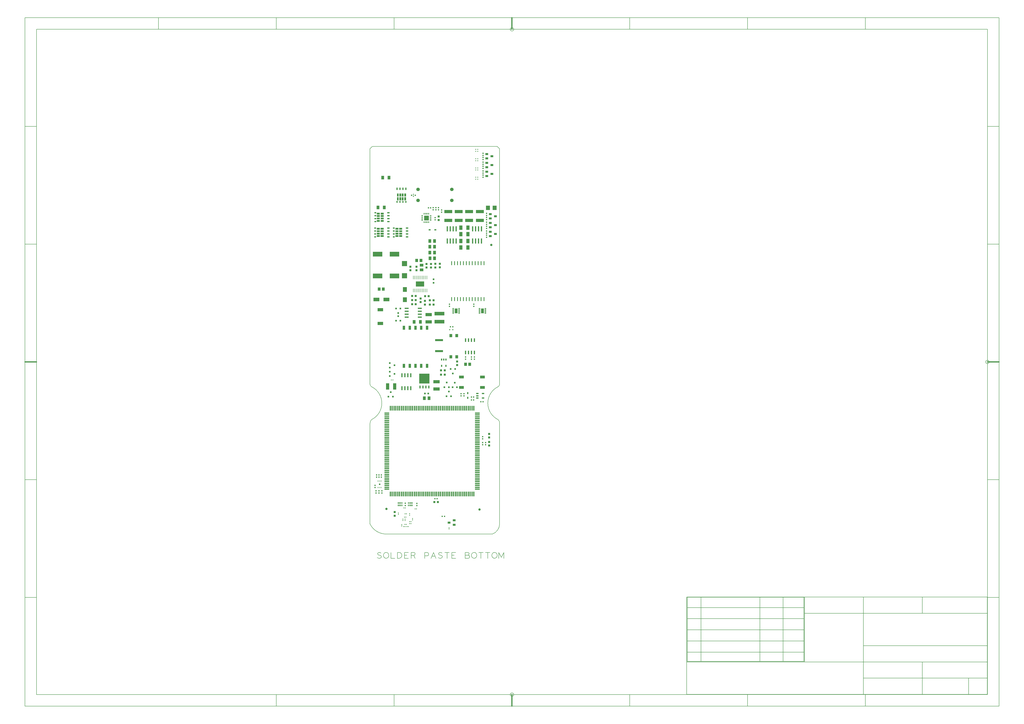
<source format=gbr>
G04 ================== begin FILE IDENTIFICATION RECORD ==================*
G04 Layout Name:  CONTROLLER_REV_B-08042023.brd*
G04 Film Name:    OC - FEMA - CNTRLR-v1-Rev-C-PMB.gbr*
G04 File Format:  Gerber RS274X*
G04 File Origin:  Cadence Allegro 17.2-061*
G04 Origin Date:  Sun Apr 09 12:44:52 2023*
G04 *
G04 Layer:  DRAWING FORMAT/TITLE_DATA1*
G04 Layer:  DRAWING FORMAT/SPSE*
G04 Layer:  DRAWING FORMAT/FILM_LABEL_OUTLINE*
G04 Layer:  PACKAGE GEOMETRY/PASTEMASK_BOTTOM*
G04 Layer:  PIN/PASTEMASK_BOTTOM*
G04 Layer:  BOARD GEOMETRY/OUTLINE*
G04 *
G04 Offset:    (0.000 0.000)*
G04 Mirror:    No*
G04 Mode:      Positive*
G04 Rotation:  0*
G04 FullContactRelief:  No*
G04 UndefLineWidth:     6.000*
G04 ================== end FILE IDENTIFICATION RECORD ====================*
%FSLAX55Y55*MOIN*%
%IR0*IPPOS*OFA0.00000B0.00000*MIA0B0*SFA1.00000B1.00000*%
%ADD50R,.11X.055*%
%ADD18R,.055X.11*%
%ADD37R,.090598X.086598*%
%ADD51R,.1378X.0354*%
%ADD43R,.141732X.090551*%
%ADD15R,.009843X.024606*%
%ADD58R,.13189X.057087*%
%ADD52R,.169291X.059055*%
%ADD44R,.009843X.059055*%
%ADD12R,.104299X.059098*%
%ADD13R,.159449X.07874*%
%ADD65R,.02X.032*%
%ADD25R,.012X.03*%
%ADD24R,.012X.015*%
%ADD29R,.015X.012*%
%ADD26R,.016X.03*%
%ADD66R,.023X.06*%
%ADD23R,.036X.037*%
%ADD45R,.059X.051*%
%ADD35R,.037X.036*%
%ADD39R,.051X.059*%
%ADD32R,.021701X.065*%
%ADD64R,.055X.075*%
%ADD34R,.065X.021701*%
%ADD11R,.021X.021*%
%ADD57R,.02X.087008*%
%ADD42R,.031X.031*%
%ADD30R,.022126X.042205*%
%ADD21R,.042205X.022126*%
%ADD69R,.065402X.075*%
%ADD54R,.05118X.03543*%
%ADD67R,.043307X.023622*%
%ADD60R,.0189X.0157*%
%ADD31R,.012008X.012008*%
%ADD10R,.024402X.024402*%
%ADD55R,.019701X.037402*%
%ADD62R,.025591X.011811*%
%ADD47R,.011811X.028346*%
%ADD46R,.028346X.011811*%
%ADD38R,.023622X.023622*%
%ADD14C,.03937*%
%ADD68R,.01772X.01772*%
%ADD49C,.059055*%
%ADD41R,.020079X.046063*%
%ADD33R,.042126X.070079*%
%ADD40R,.174016X.170079*%
%ADD17R,.027598X.0315*%
%ADD28R,.0315X.027598*%
%ADD27R,.023622X.07874*%
%ADD16R,.07874X.023622*%
%ADD59R,.07874X.051181*%
%ADD36R,.066902X.078701*%
%ADD63R,.015748X.070079*%
%ADD56R,.050799X.0575*%
%ADD53R,.035433X.019685*%
%ADD48R,.084646X.084646*%
%ADD61R,.049606X.080709*%
%ADD22R,.047244X.062992*%
%ADD20R,.045276X.057087*%
%ADD19R,.094488X.055118*%
%ADD70C,.007874*%
%ADD71C,.006*%
%ADD72C,.019685*%
G75*
%LPD*%
G75*
G36*
G01X10333Y503814D02*
Y505814D01*
X7317D01*
Y503814D01*
X10333D01*
G37*
G36*
G01Y518814D02*
Y520814D01*
X7317D01*
Y518814D01*
X10333D01*
G37*
G36*
G01Y513814D02*
Y515814D01*
X7317D01*
Y513814D01*
X10333D01*
G37*
G36*
G01Y508814D02*
Y510814D01*
X7317D01*
Y508814D01*
X10333D01*
G37*
G36*
G01X10430Y544605D02*
Y546605D01*
X7414D01*
Y544605D01*
X10430D01*
G37*
G36*
G01Y539605D02*
Y541605D01*
X7414D01*
Y539605D01*
X10430D01*
G37*
G36*
G01Y534605D02*
Y536605D01*
X7414D01*
Y534605D01*
X10430D01*
G37*
G36*
G01Y529605D02*
Y531605D01*
X7414D01*
Y529605D01*
X10430D01*
G37*
G36*
G01X15019Y85681D02*
Y83319D01*
X17381D01*
Y85681D01*
X15019D01*
G37*
G36*
G01X23026Y504668D02*
Y507606D01*
X17932D01*
Y504668D01*
X23026D01*
G37*
G36*
G01X16554D02*
Y507606D01*
X11459D01*
Y504668D01*
X16554D01*
G37*
G36*
G01Y508787D02*
Y511724D01*
X11459D01*
Y508787D01*
X16554D01*
G37*
G36*
G01X23026D02*
Y511724D01*
X17932D01*
Y508787D01*
X23026D01*
G37*
G36*
G01Y512905D02*
Y515842D01*
X17932D01*
Y512905D01*
X23026D01*
G37*
G36*
G01X16554D02*
Y515842D01*
X11459D01*
Y512905D01*
X16554D01*
G37*
G36*
G01Y517023D02*
Y519960D01*
X11459D01*
Y517023D01*
X16554D01*
G37*
G36*
G01X23026D02*
Y519960D01*
X17932D01*
Y517023D01*
X23026D01*
G37*
G36*
G01X23123Y530459D02*
Y533396D01*
X18028D01*
Y530459D01*
X23123D01*
G37*
G36*
G01X16650D02*
Y533396D01*
X11556D01*
Y530459D01*
X16650D01*
G37*
G36*
G01Y534577D02*
Y537514D01*
X11556D01*
Y534577D01*
X16650D01*
G37*
G36*
G01X23123D02*
Y537514D01*
X18028D01*
Y534577D01*
X23123D01*
G37*
G36*
G01Y538695D02*
Y541632D01*
X18028D01*
Y538695D01*
X23123D01*
G37*
G36*
G01X16650D02*
Y541632D01*
X11556D01*
Y538695D01*
X16650D01*
G37*
G36*
G01Y542814D02*
Y545750D01*
X11556D01*
Y542814D01*
X16650D01*
G37*
G36*
G01X23123D02*
Y545750D01*
X18028D01*
Y542814D01*
X23123D01*
G37*
G36*
G01X41910Y503814D02*
Y505814D01*
X38894D01*
Y503814D01*
X41910D01*
G37*
G36*
G01Y518814D02*
Y520814D01*
X38894D01*
Y518814D01*
X41910D01*
G37*
G36*
G01Y513814D02*
Y515814D01*
X38894D01*
Y513814D01*
X41910D01*
G37*
G36*
G01Y508814D02*
Y510814D01*
X38894D01*
Y508814D01*
X41910D01*
G37*
G36*
G01X54603Y504668D02*
Y507606D01*
X49508D01*
Y504668D01*
X54603D01*
G37*
G36*
G01X48130D02*
Y507606D01*
X43036D01*
Y504668D01*
X48130D01*
G37*
G36*
G01Y508787D02*
Y511724D01*
X43036D01*
Y508787D01*
X48130D01*
G37*
G36*
G01X54603D02*
Y511724D01*
X49508D01*
Y508787D01*
X54603D01*
G37*
G36*
G01Y512905D02*
Y515842D01*
X49508D01*
Y512905D01*
X54603D01*
G37*
G36*
G01X48130D02*
Y515842D01*
X43036D01*
Y512905D01*
X48130D01*
G37*
G36*
G01Y517023D02*
Y519960D01*
X43036D01*
Y517023D01*
X48130D01*
G37*
G36*
G01X54603D02*
Y519960D01*
X49508D01*
Y517023D01*
X54603D01*
G37*
G36*
G01X46887Y565667D02*
X44887D01*
Y562651D01*
X46887D01*
Y565667D01*
G37*
G36*
G01X51887D02*
X49887D01*
Y562651D01*
X51887D01*
Y565667D01*
G37*
G36*
G01X52797Y578360D02*
X49860D01*
Y573266D01*
X52797D01*
Y578360D01*
G37*
G36*
G01Y571888D02*
X49860D01*
Y566793D01*
X52797D01*
Y571888D01*
G37*
G36*
G01X48679D02*
X45742D01*
Y566793D01*
X48679D01*
Y571888D01*
G37*
G36*
G01Y578360D02*
X45742D01*
Y573266D01*
X48679D01*
Y578360D01*
G37*
G36*
G01X56887Y565667D02*
X54887D01*
Y562651D01*
X56887D01*
Y565667D01*
G37*
G36*
G01X61887D02*
X59887D01*
Y562651D01*
X61887D01*
Y565667D01*
G37*
G36*
G01X61033Y578360D02*
X58096D01*
Y573266D01*
X61033D01*
Y578360D01*
G37*
G36*
G01Y571888D02*
X58096D01*
Y566793D01*
X61033D01*
Y571888D01*
G37*
G36*
G01X56915D02*
X53978D01*
Y566793D01*
X56915D01*
Y571888D01*
G37*
G36*
G01Y578360D02*
X53978D01*
Y573266D01*
X56915D01*
Y578360D01*
G37*
G36*
G01X74375Y573123D02*
Y574697D01*
X72800D01*
Y573123D01*
X74375D01*
G37*
G36*
G01Y576272D02*
Y577847D01*
X72800D01*
Y576272D01*
X74375D01*
G37*
G54D10*
X10200Y69730D03*
Y73270D03*
X11200Y96730D03*
Y100270D03*
X15200Y96730D03*
Y100270D03*
X19200Y96730D03*
Y100270D03*
X110607Y537335D03*
Y533795D03*
G54D20*
X15557Y416200D03*
X22643D03*
X79334Y464861D03*
X86421D03*
X162054Y288285D03*
X169141D03*
G54D11*
X8500Y78939D03*
Y82679D03*
X20200Y69630D03*
Y73370D03*
X15200Y69630D03*
Y73370D03*
X59722Y52255D03*
Y48515D03*
X79387Y48315D03*
Y52055D03*
X110126Y60085D03*
X113867D03*
X111757Y554311D03*
Y550571D03*
X103008Y554142D03*
X99268D03*
X107277Y554311D03*
Y550571D03*
X126370Y30085D03*
X122630D03*
X135007Y386765D03*
Y390505D03*
X121396Y546657D03*
Y550398D03*
X116253Y554318D03*
Y550577D03*
X154437Y234785D03*
Y238525D03*
X140400Y352000D03*
X136660D03*
X159437Y234785D03*
X172067Y227855D03*
X175808D03*
X172067Y232855D03*
X175808D03*
X159437Y238525D03*
X162149Y297045D03*
X172149D03*
X162149Y300785D03*
X172149D03*
X176277Y386645D03*
Y390385D03*
X196222Y155349D03*
Y151608D03*
X191222Y155349D03*
Y151608D03*
X191187Y161715D03*
Y165455D03*
X188118Y224855D03*
X191859D03*
X177149Y297045D03*
Y300785D03*
X192000Y606130D03*
Y613130D03*
Y616870D03*
Y628130D03*
Y609870D03*
Y624870D03*
Y621130D03*
Y631870D03*
Y643130D03*
Y646870D03*
Y636130D03*
Y639870D03*
X198000Y504130D03*
Y511130D03*
Y514870D03*
Y526130D03*
Y507870D03*
Y522870D03*
Y519130D03*
Y541130D03*
Y544870D03*
Y529870D03*
Y534130D03*
Y537870D03*
G54D21*
X31136Y504814D03*
Y509814D03*
Y514814D03*
Y519814D03*
X31233Y530605D03*
Y535605D03*
Y540605D03*
Y545605D03*
X62713Y504814D03*
Y509814D03*
Y514814D03*
Y519814D03*
G54D30*
X50887Y586470D03*
X45887D03*
X60887D03*
X55887D03*
G54D12*
X10838Y398495D03*
X27757D03*
G54D22*
X24102Y554685D03*
X13472D03*
X21672Y605485D03*
X32302D03*
X74885Y360400D03*
X85515D03*
G54D40*
X92307Y264142D03*
G54D31*
X57620Y44385D03*
X59722D03*
X78739Y42685D03*
X76636D03*
X134252Y10698D03*
Y8596D03*
G54D13*
X12901Y438232D03*
Y475232D03*
X41642Y438232D03*
Y475232D03*
G54D41*
X84807Y249713D03*
X89807D03*
X94807D03*
X99807D03*
G54D14*
X28000Y42600D03*
X185800Y41600D03*
X205700Y490900D03*
G54D32*
X54100Y247820D03*
X59100D03*
X64100D03*
X69100D03*
Y269860D03*
X64100D03*
X59100D03*
X54100D03*
G54D23*
X41800Y31149D03*
Y37251D03*
X68554Y448082D03*
Y454184D03*
X93017Y395966D03*
Y389864D03*
X85857Y394034D03*
Y400136D03*
X78941Y454184D03*
Y448082D03*
X103497Y452764D03*
Y458866D03*
X95825Y452592D03*
Y458694D03*
X110973Y452802D03*
Y458904D03*
X118347Y452894D03*
Y458996D03*
X116437Y533244D03*
Y539346D03*
X147817Y287094D03*
Y293196D03*
X202222Y150427D03*
Y156530D03*
Y170136D03*
Y164034D03*
G54D50*
X112717Y246472D03*
Y258677D03*
X99597Y360432D03*
Y372637D03*
G54D33*
X67424Y285880D03*
X57660D03*
Y350290D03*
X67424D03*
X86951Y285880D03*
X77187D03*
Y350290D03*
X86951D03*
X96715Y285880D03*
Y350290D03*
G54D60*
X135200Y347000D03*
X140400D03*
G54D42*
X93050Y238600D03*
X98950D03*
X107747Y432675D03*
Y426775D03*
G54D24*
X48187Y35686D03*
Y33284D03*
X59387Y23084D03*
Y25486D03*
X67187Y32184D03*
X55987Y23084D03*
Y25486D03*
X53987Y13684D03*
Y16086D03*
X72197Y23936D03*
Y26338D03*
X67187Y34586D03*
G54D15*
X19153Y90061D03*
X17184D03*
X15216D03*
X13247D03*
X19153Y78939D03*
X17184D03*
X15216D03*
X13247D03*
G54D51*
X117187Y310835D03*
Y329335D03*
G54D70*
G01X-585779Y-107703D02*
X-566094D01*
G01X-585779Y92297D02*
X-566094D01*
G01X-585779Y492297D02*
X-566094D01*
G01X-585779Y692297D02*
X-566094D01*
G01Y-272663D02*
Y857258D01*
G01Y-272663D02*
X1048080D01*
G01X-566094Y857258D02*
X1048080D01*
G01X-359007Y876943D02*
Y857258D01*
G01X-159007Y-292348D02*
Y-272663D01*
G01Y876943D02*
Y857258D01*
G01X40993Y-292348D02*
Y-272663D01*
G01Y876943D02*
Y857258D01*
G01X238004Y-272663D02*
G03X243982I2989J0D01*
G01D02*
G03X238004I-2989J0D01*
G01Y857258D02*
G03X243982I2989J0D01*
G01D02*
G03X238004I-2989J0D01*
G01X440993Y-292348D02*
Y-272663D01*
G01Y876943D02*
Y857258D01*
G01X640993Y-292348D02*
Y-272663D01*
G01Y876943D02*
Y857258D01*
G01X840993Y-292348D02*
Y-272663D01*
G01Y876943D02*
Y857258D01*
G01X1048080Y-272663D02*
Y857258D01*
G01X1067765Y-107703D02*
X1048080D01*
G01X1067765Y92297D02*
X1048080D01*
G01X1045090Y292297D02*
G03X1051069I2989J0D01*
G01D02*
G03X1045090I-2989J0D01*
G01X1067765Y492297D02*
X1048080D01*
G01X1067765Y692297D02*
X1048080D01*
G54D61*
X146077Y379115D03*
X191002D03*
G54D16*
X28620Y92061D03*
Y88912D03*
Y85762D03*
Y82612D03*
Y79463D03*
Y76313D03*
Y114108D03*
Y110959D03*
Y107809D03*
Y104660D03*
Y101510D03*
Y98360D03*
Y95211D03*
Y133006D03*
Y129857D03*
Y126707D03*
Y123557D03*
Y120408D03*
Y117258D03*
Y155053D03*
Y151904D03*
Y148754D03*
Y145604D03*
Y142455D03*
Y139305D03*
Y136156D03*
Y173951D03*
Y170801D03*
Y167652D03*
Y164502D03*
Y161352D03*
Y158203D03*
Y195998D03*
Y192849D03*
Y189699D03*
Y186549D03*
Y183400D03*
Y180250D03*
Y177101D03*
Y205447D03*
Y202297D03*
Y199148D03*
X182164Y76313D03*
Y79463D03*
Y82612D03*
Y85762D03*
Y88912D03*
Y92061D03*
Y95211D03*
Y98360D03*
Y101510D03*
Y104660D03*
Y107809D03*
Y110959D03*
Y114108D03*
Y117258D03*
Y120408D03*
Y123557D03*
Y126707D03*
Y129857D03*
Y133006D03*
Y136156D03*
Y139305D03*
Y142455D03*
Y145604D03*
Y148754D03*
Y151904D03*
Y155053D03*
Y158203D03*
Y161352D03*
Y164502D03*
Y167652D03*
Y170801D03*
Y173951D03*
Y177101D03*
Y180250D03*
Y183400D03*
Y186549D03*
Y189699D03*
Y192849D03*
Y195998D03*
Y199148D03*
Y202297D03*
Y205447D03*
G54D34*
X62317Y378235D03*
Y373235D03*
Y368235D03*
Y383235D03*
X84357Y368235D03*
Y373235D03*
Y378235D03*
Y383235D03*
G54D25*
X51987Y52585D03*
X49987D03*
Y48585D03*
X51987D03*
X69387Y52585D03*
X67387D03*
Y48585D03*
X69387D03*
G54D52*
X117857Y360745D03*
Y374525D03*
G54D43*
X84885Y424728D03*
G54D71*
G01X-585779Y-292348D02*
Y876943D01*
G01Y-292348D02*
X1067765D01*
G01X-585779Y876943D02*
X1067765D01*
G01X12200Y-39800D02*
X13533Y-40634D01*
X15033Y-41133D01*
X16367D01*
X17700Y-40634D01*
X18700Y-39800D01*
X19200Y-38633D01*
X18867Y-37467D01*
X18033Y-36467D01*
X16533Y-35800D01*
X14533Y-35467D01*
X13367Y-34800D01*
X12866Y-33634D01*
X13200Y-32467D01*
X14033Y-31634D01*
X15200Y-31133D01*
X16367D01*
X17533Y-31467D01*
X18534Y-32300D01*
G01X27200Y-41133D02*
X25867Y-40967D01*
X24700Y-40300D01*
X23700Y-39300D01*
X23033Y-38133D01*
X22700Y-36800D01*
Y-35467D01*
X23033Y-34133D01*
X23700Y-32967D01*
X24700Y-31967D01*
X25867Y-31300D01*
X27200Y-31133D01*
X28533Y-31300D01*
X29700Y-31967D01*
X30700Y-32967D01*
X31367Y-34133D01*
X31700Y-35467D01*
Y-36800D01*
X31367Y-38133D01*
X30700Y-39300D01*
X29700Y-40300D01*
X28533Y-40967D01*
X27200Y-41133D01*
G01X35367Y-31133D02*
Y-41133D01*
X42033D01*
G01X46533D02*
Y-31133D01*
X49867D01*
X51200Y-31634D01*
X52200Y-32300D01*
X53034Y-33300D01*
X53700Y-34467D01*
X53867Y-36134D01*
X53700Y-37800D01*
X53034Y-38967D01*
X52200Y-39967D01*
X51200Y-40634D01*
X49867Y-41133D01*
X46533D01*
G01X65033D02*
X58367D01*
Y-31133D01*
X65033D01*
G01X62367Y-35967D02*
X58367D01*
G01X69867Y-41133D02*
Y-31133D01*
X74033D01*
X75367Y-31634D01*
X76200Y-32300D01*
X76533Y-33634D01*
X76200Y-34967D01*
X75200Y-35800D01*
X74033Y-36300D01*
X69867D01*
G01X74033D02*
X76533Y-41133D01*
G01X92867D02*
Y-31133D01*
X96867D01*
X98200Y-31634D01*
X99200Y-32800D01*
X99533Y-34133D01*
X99200Y-35467D01*
X98367Y-36467D01*
X96867Y-36967D01*
X92867D01*
G01X103533Y-41133D02*
X107700Y-31133D01*
X111867Y-41133D01*
G01X110367Y-37634D02*
X105033D01*
G01X115700Y-39800D02*
X117033Y-40634D01*
X118533Y-41133D01*
X119867D01*
X121200Y-40634D01*
X122200Y-39800D01*
X122700Y-38633D01*
X122367Y-37467D01*
X121533Y-36467D01*
X120033Y-35800D01*
X118033Y-35467D01*
X116867Y-34800D01*
X116366Y-33634D01*
X116700Y-32467D01*
X117533Y-31634D01*
X118700Y-31133D01*
X119867D01*
X121033Y-31467D01*
X122034Y-32300D01*
G01X130700Y-31133D02*
Y-41133D01*
G01X126867Y-31133D02*
X134533D01*
G01X145533Y-41133D02*
X138867D01*
Y-31133D01*
X145533D01*
G01X142867Y-35967D02*
X138867D01*
G01X166533Y-35800D02*
X167200Y-35300D01*
X167700Y-34467D01*
X168034Y-33300D01*
X167700Y-32300D01*
X167033Y-31634D01*
X165867Y-31133D01*
X161367D01*
Y-41133D01*
X166867D01*
X168034Y-40467D01*
X168700Y-39467D01*
X169033Y-38300D01*
X168700Y-37134D01*
X167700Y-36134D01*
X166533Y-35800D01*
X161367D01*
G01X176700Y-41133D02*
X175366Y-40967D01*
X174200Y-40300D01*
X173200Y-39300D01*
X172533Y-38133D01*
X172200Y-36800D01*
Y-35467D01*
X172533Y-34133D01*
X173200Y-32967D01*
X174200Y-31967D01*
X175366Y-31300D01*
X176700Y-31133D01*
X178033Y-31300D01*
X179200Y-31967D01*
X180200Y-32967D01*
X180867Y-34133D01*
X181200Y-35467D01*
Y-36800D01*
X180867Y-38133D01*
X180200Y-39300D01*
X179200Y-40300D01*
X178033Y-40967D01*
X176700Y-41133D01*
G01X188200Y-31133D02*
Y-41133D01*
G01X184367Y-31133D02*
X192033D01*
G01X199700D02*
Y-41133D01*
G01X195867Y-31133D02*
X203533D01*
G01X211200Y-41133D02*
X209866Y-40967D01*
X208700Y-40300D01*
X207700Y-39300D01*
X207033Y-38133D01*
X206700Y-36800D01*
Y-35467D01*
X207033Y-34133D01*
X207700Y-32967D01*
X208700Y-31967D01*
X209866Y-31300D01*
X211200Y-31133D01*
X212533Y-31300D01*
X213700Y-31967D01*
X214700Y-32967D01*
X215367Y-34133D01*
X215700Y-35467D01*
Y-36800D01*
X215367Y-38133D01*
X214700Y-39300D01*
X213700Y-40300D01*
X212533Y-40967D01*
X211200Y-41133D01*
G01X218366D02*
Y-31133D01*
X222700Y-39467D01*
X227034Y-31133D01*
Y-41133D01*
G01X27813Y-1D02*
X207912D01*
G03X219998Y17179I-6738J17582D01*
G01Y187984D01*
G03X217352Y194374I-7384J686D01*
G02X217353Y250227I13694J27926D01*
G03X220000Y254435I-2156J4293D01*
G01Y654499D01*
X216000Y658499D01*
X4000D01*
X0Y654499D01*
Y254414D01*
G03X2624Y250219I4819J96D01*
G02X2612Y194375I-13702J-27919D01*
G03X0Y188068I6328J-6316D01*
G01Y17158D01*
G03X27813Y-1I27470J13406D01*
G01X0Y82613D02*
Y72613D01*
G01Y102613D02*
Y112613D01*
G01Y444456D02*
Y434456D01*
G01Y464456D02*
Y474456D01*
G01X219998Y82581D02*
Y72581D01*
G01Y102581D02*
Y112581D01*
G01X220000Y446466D02*
Y436466D01*
G01Y466466D02*
Y476466D01*
G01X537471Y-272324D02*
X1047708D01*
G01X537471Y-106970D02*
Y-272324D01*
G01X538489Y-216206D02*
X736422D01*
G01X537471Y-217206D02*
X1047708D01*
G01X538489Y-107151D02*
Y-216206D01*
G01Y-200458D02*
X736422D01*
G01X538489Y-181560D02*
X736422D01*
G01X538489Y-162662D02*
X736422D01*
G01X538489Y-143765D02*
X736422D01*
G01X538489Y-124867D02*
X736422D01*
G01X538489Y-107151D02*
X736422D01*
G01X537471Y-106970D02*
X1047708D01*
G01X561914Y-107151D02*
Y-216206D01*
G01X661914Y-107151D02*
Y-216206D01*
G01X701284Y-107151D02*
Y-216206D01*
G01X736422Y-107151D02*
Y-216206D01*
G01X737471Y-106970D02*
Y-217206D01*
G01Y-134529D02*
X1047708D01*
G01X837471Y-106970D02*
Y-272324D01*
G01Y-244765D02*
X1047708D01*
G01X837471Y-189647D02*
X1047708D01*
G01X937471Y-217206D02*
Y-272324D01*
G01Y-106970D02*
Y-134529D01*
G01X1016212Y-244765D02*
Y-272324D01*
G01X1047708Y-106970D02*
Y-272324D01*
G01X1067765Y-292348D02*
Y876943D01*
G54D53*
X110878Y516625D03*
X101037D03*
G54D17*
X31280Y233260D03*
X38760D03*
X35020Y241140D03*
X51538Y362315D03*
X44057D03*
X47877Y375245D03*
X47797Y370195D03*
X44137Y383125D03*
X51618D03*
X129967Y234015D03*
X130037Y257275D03*
X126297Y249395D03*
X133778D03*
X133707Y241895D03*
X137448Y234015D03*
X147578Y249225D03*
X140097D03*
X143837Y257105D03*
G54D62*
X141077Y375115D03*
X151077D03*
X141077Y377115D03*
X151077D03*
X141077Y379115D03*
X151077D03*
X141077Y381115D03*
X151077D03*
X141077Y383115D03*
X151077D03*
X196002Y381115D03*
X186002D03*
X196002Y379115D03*
X186002D03*
X196002Y377115D03*
X186002D03*
X196002Y375115D03*
X186002D03*
X196002Y383115D03*
X186002D03*
G54D35*
X71349Y390400D03*
X71386Y397375D03*
X71349Y404400D03*
X77451Y390400D03*
X77489Y397375D03*
X77451Y404400D03*
X93349Y404200D03*
X115239Y54285D03*
X109136D03*
X101636Y396966D03*
X107739D03*
X101636Y389864D03*
X107739D03*
X99451Y404200D03*
X126769Y270665D03*
X120666D03*
X120596Y277935D03*
X126699D03*
G54D26*
X47887Y52585D03*
Y48585D03*
X54087Y52585D03*
Y48585D03*
X71487Y52585D03*
X65287D03*
Y48585D03*
X71487D03*
G54D44*
X73369Y413705D03*
X75928D03*
X78487D03*
X81046D03*
X83605D03*
X86164D03*
X88723D03*
X91282D03*
X88723Y435752D03*
X91282D03*
X75928D03*
X78487D03*
X81046D03*
X83605D03*
X86164D03*
X73369D03*
X93841Y413705D03*
X96400D03*
X93841Y435752D03*
X96400D03*
G54D72*
G01X-585779Y292297D02*
X-566094D01*
G01X240993Y-292348D02*
Y-272663D01*
G01Y876943D02*
Y857258D01*
G01X1067765Y292297D02*
X1048080D01*
G54D63*
X138502Y399056D03*
X143502D03*
X148502D03*
X153502D03*
Y460158D03*
X148502D03*
X143502D03*
X138502D03*
X158502Y399056D03*
X163502D03*
X168502D03*
X173502D03*
Y460158D03*
X168502D03*
X163502D03*
X158502D03*
X178502Y399056D03*
X183502D03*
X188502D03*
X193502D03*
Y460158D03*
X188502D03*
X183502D03*
X178502D03*
G54D36*
X59147Y398015D03*
Y415335D03*
G54D27*
X34526Y68046D03*
X37675D03*
X40825D03*
X43974D03*
X47124D03*
X50274D03*
Y213715D03*
X47124D03*
X43974D03*
X40825D03*
X37675D03*
X34526D03*
X53423Y68046D03*
X56573D03*
X59722D03*
X62872D03*
X66022D03*
X69171D03*
X72321D03*
Y213715D03*
X69171D03*
X66022D03*
X62872D03*
X59722D03*
X56573D03*
X53423D03*
X75470Y68046D03*
X78620D03*
X81770D03*
X84919D03*
X88069D03*
X91219D03*
X94368D03*
Y213715D03*
X91219D03*
X88069D03*
X84919D03*
X81770D03*
X78620D03*
X75470D03*
X97518Y68046D03*
X100667D03*
X103817D03*
X106967D03*
X110116D03*
X113266D03*
Y213715D03*
X110116D03*
X106967D03*
X103817D03*
X100667D03*
X97518D03*
X116415Y68046D03*
X119565D03*
X122715D03*
X125864D03*
X129014D03*
X132164D03*
X135313D03*
Y213715D03*
X132164D03*
X129014D03*
X125864D03*
X122715D03*
X119565D03*
X116415D03*
X138463Y68046D03*
X141612D03*
X144762D03*
X147912D03*
X151061D03*
X154211D03*
Y213715D03*
X151061D03*
X147912D03*
X144762D03*
X141612D03*
X138463D03*
X157360Y68046D03*
X160510D03*
X163660D03*
X166809D03*
X169959D03*
X173108D03*
X176258D03*
Y213715D03*
X173108D03*
X169959D03*
X166809D03*
X163660D03*
X160510D03*
X157360D03*
G54D54*
X134252Y19526D03*
X142914Y23266D03*
Y15786D03*
X198069Y608060D03*
Y615540D03*
Y623060D03*
Y630540D03*
Y638060D03*
Y645540D03*
X204069Y506060D03*
X212731Y509800D03*
X204069Y513540D03*
X212731Y524800D03*
X204069Y521060D03*
X212731Y539800D03*
X204069Y536060D03*
Y543540D03*
Y528540D03*
X206731Y611800D03*
Y626800D03*
Y641800D03*
G54D45*
X87453Y456580D03*
Y448706D03*
G54D18*
X29798Y250800D03*
X42002D03*
G54D19*
X17374Y357580D03*
Y381202D03*
G54D28*
X41540Y271980D03*
X33660Y275720D03*
Y268240D03*
Y282840D03*
Y290320D03*
X41540Y286580D03*
X140637Y272655D03*
X144378Y280535D03*
X136897D03*
G54D46*
X88542Y532956D03*
Y535515D03*
Y538074D03*
Y540633D03*
X102833D03*
Y538074D03*
Y535515D03*
Y532956D03*
G54D55*
X121457Y296305D03*
X125197D03*
X128938D03*
Y285685D03*
X121457D03*
G54D64*
X154089Y486585D03*
Y497585D03*
Y509285D03*
Y520285D03*
X166286Y486585D03*
Y497585D03*
Y509285D03*
Y520285D03*
G54D37*
X58624Y438809D03*
Y459289D03*
G54D56*
X137087Y301055D03*
Y337115D03*
X147287Y301055D03*
Y337115D03*
G54D38*
X70438Y575485D03*
X76737D03*
G54D47*
X91849Y543940D03*
Y529649D03*
X94408Y543940D03*
X96967D03*
X99526D03*
Y529649D03*
X96967D03*
X94408D03*
G54D29*
X38701Y261800D03*
X36299D03*
X69461Y21200D03*
X67060D03*
X60788Y28685D03*
X58387D03*
X69461Y17601D03*
X67060D03*
X57218Y12758D03*
X59619D03*
X59186Y16279D03*
X61588D03*
X62587Y12685D03*
X64988D03*
X61788Y34285D03*
X59386D03*
G54D65*
X165937Y231418D03*
Y239292D03*
G54D48*
X95687Y536795D03*
G54D57*
X131177Y497863D03*
Y518367D03*
X136177Y497863D03*
X141177D03*
X146177D03*
X136177Y518367D03*
X141177D03*
X146177D03*
X174177Y497863D03*
Y518367D03*
X179177Y497863D03*
X184177D03*
X189177D03*
X179177Y518367D03*
X184177D03*
X189177D03*
G54D39*
X92263Y230600D03*
X100137D03*
X109424Y478185D03*
X101550D03*
X109624Y468385D03*
X101750D03*
X109424Y488185D03*
X101550D03*
X109424Y497685D03*
X101550D03*
G54D66*
X172149Y308258D03*
X167149D03*
X162149D03*
Y329518D03*
X167149D03*
X172149D03*
X177149Y308258D03*
Y329518D03*
G54D49*
X81676Y566589D03*
Y585290D03*
X138881Y566589D03*
Y585290D03*
G54D67*
X182016Y231115D03*
Y234855D03*
X191859Y231115D03*
X182016Y238595D03*
X191859D03*
G54D58*
X132702Y547695D03*
Y532734D03*
X150677Y547595D03*
Y532635D03*
X168177Y547595D03*
Y532635D03*
X186677Y547595D03*
Y532635D03*
G54D59*
X155028Y248995D03*
Y266715D03*
X190847Y248995D03*
Y266715D03*
G54D68*
X179401Y602785D03*
Y606130D03*
X182747D03*
Y602785D03*
X179401Y618492D03*
Y621839D03*
X182747D03*
Y618492D03*
X179401Y634202D03*
Y637548D03*
X182747D03*
Y634202D03*
X179401Y649911D03*
Y653256D03*
X182747D03*
Y649911D03*
G54D69*
X211410Y554045D03*
X200030D03*
M02*

</source>
